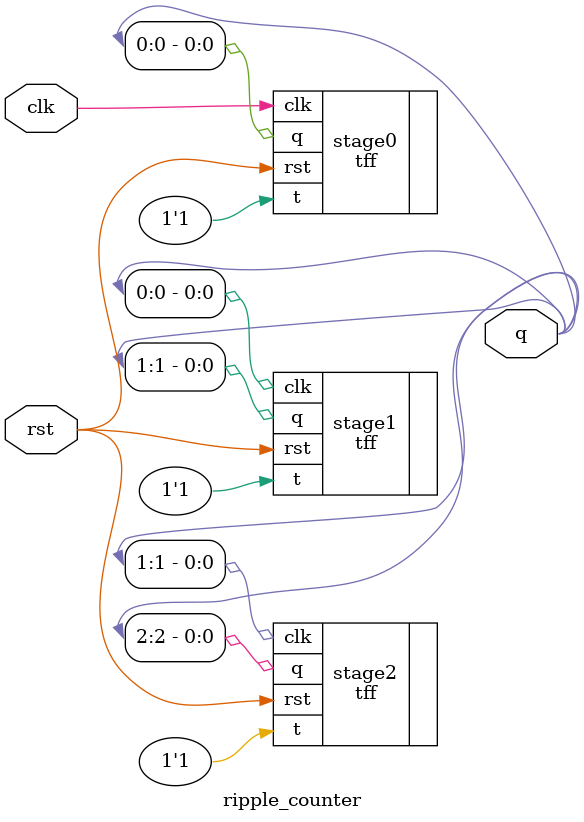
<source format=v>
module ripple_counter(
    input clk,
    input rst,
    output [2:0] q
);

    // Three T-flip-flops cascaded
    // T input is always 1 (toggle on every clock)
    tff stage0(
        .clk(clk),
        .rst(rst),
        .t(1'b1),
        .q(q[0])
    );

    tff stage1(
        .clk(q[0]),  // Clocked by previous stage
        .rst(rst),
        .t(1'b1),
        .q(q[1])
    );

    tff stage2(
        .clk(q[1]),  // Clocked by previous stage
        .rst(rst),
        .t(1'b1),
        .q(q[2])
    );

endmodule
</source>
